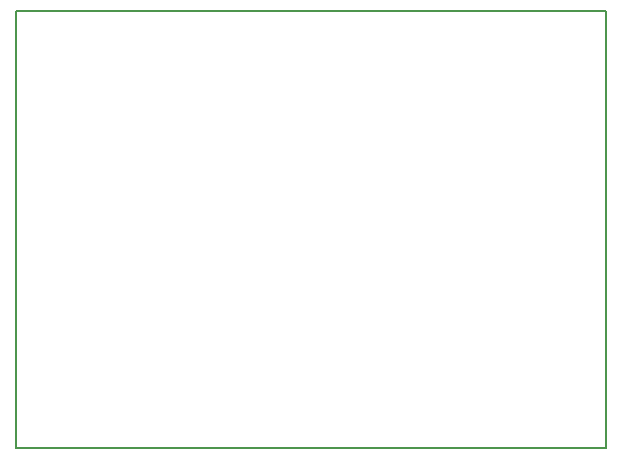
<source format=gbr>
%FSLAX23Y23*%
%MOIN*%
G04 EasyPC Gerber Version 15.0.4 Build 3016 *
%ADD10C,0.00500*%
X0Y0D02*
D02*
D10*
X3Y1461D02*
Y4D01*
X1971*
Y1461*
X3*
X0Y0D02*
M02*

</source>
